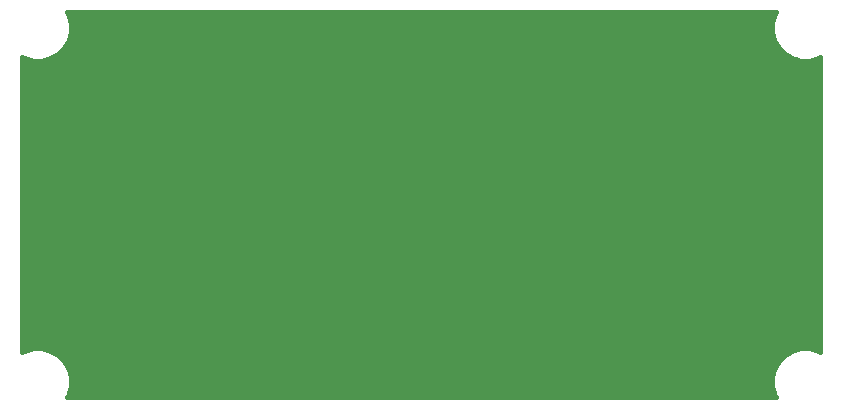
<source format=gbr>
G75*
G70*
%OFA0B0*%
%FSLAX24Y24*%
%IPPOS*%
%LPD*%
%AMOC8*
5,1,8,0,0,1.08239X$1,22.5*
%
%ADD10C,0.0160*%
%ADD11OC8,0.0396*%
%ADD12C,0.0120*%
D10*
X002075Y000924D02*
X002119Y001000D01*
X002194Y001282D01*
X002194Y001574D01*
X002119Y001857D01*
X001972Y002110D01*
X001766Y002316D01*
X001513Y002463D01*
X001230Y002538D01*
X000938Y002538D01*
X000656Y002463D01*
X000580Y002419D01*
X000580Y012249D01*
X000656Y012205D01*
X000938Y012129D01*
X001230Y012129D01*
X001513Y012205D01*
X001766Y012351D01*
X001972Y012558D01*
X002119Y012811D01*
X002194Y013093D01*
X002194Y013385D01*
X002119Y013668D01*
X002075Y013744D01*
X025684Y013744D01*
X025641Y013668D01*
X025565Y013385D01*
X025565Y013093D01*
X025641Y012811D01*
X025787Y012558D01*
X025993Y012351D01*
X026246Y012205D01*
X026529Y012129D01*
X026821Y012129D01*
X027103Y012205D01*
X027179Y012249D01*
X027179Y002419D01*
X027103Y002463D01*
X026821Y002538D01*
X026529Y002538D01*
X026246Y002463D01*
X025993Y002316D01*
X025787Y002110D01*
X025641Y001857D01*
X025565Y001574D01*
X025565Y001282D01*
X025641Y001000D01*
X025684Y000924D01*
X002075Y000924D01*
X002139Y001078D02*
X025620Y001078D01*
X025577Y001236D02*
X002182Y001236D01*
X002194Y001395D02*
X025565Y001395D01*
X025565Y001553D02*
X002194Y001553D01*
X002157Y001712D02*
X025602Y001712D01*
X025649Y001870D02*
X002111Y001870D01*
X002019Y002029D02*
X025740Y002029D01*
X025864Y002187D02*
X001895Y002187D01*
X001715Y002346D02*
X026045Y002346D01*
X026403Y002504D02*
X001356Y002504D01*
X000812Y002504D02*
X000580Y002504D01*
X000580Y002663D02*
X027179Y002663D01*
X027179Y002821D02*
X000580Y002821D01*
X000580Y002980D02*
X027179Y002980D01*
X027179Y003138D02*
X000580Y003138D01*
X000580Y003297D02*
X027179Y003297D01*
X027179Y003455D02*
X000580Y003455D01*
X000580Y003614D02*
X027179Y003614D01*
X027179Y003772D02*
X000580Y003772D01*
X000580Y003931D02*
X027179Y003931D01*
X027179Y004089D02*
X000580Y004089D01*
X000580Y004248D02*
X027179Y004248D01*
X027179Y004406D02*
X000580Y004406D01*
X000580Y004565D02*
X027179Y004565D01*
X027179Y004723D02*
X000580Y004723D01*
X000580Y004882D02*
X027179Y004882D01*
X027179Y005040D02*
X000580Y005040D01*
X000580Y005199D02*
X027179Y005199D01*
X027179Y005357D02*
X000580Y005357D01*
X000580Y005516D02*
X027179Y005516D01*
X027179Y005674D02*
X000580Y005674D01*
X000580Y005833D02*
X027179Y005833D01*
X027179Y005991D02*
X000580Y005991D01*
X000580Y006150D02*
X027179Y006150D01*
X027179Y006308D02*
X000580Y006308D01*
X000580Y006467D02*
X027179Y006467D01*
X027179Y006625D02*
X000580Y006625D01*
X000580Y006784D02*
X027179Y006784D01*
X027179Y006942D02*
X000580Y006942D01*
X000580Y007101D02*
X027179Y007101D01*
X027179Y007259D02*
X000580Y007259D01*
X000580Y007418D02*
X027179Y007418D01*
X027179Y007576D02*
X000580Y007576D01*
X000580Y007735D02*
X027179Y007735D01*
X027179Y007893D02*
X000580Y007893D01*
X000580Y008052D02*
X027179Y008052D01*
X027179Y008210D02*
X000580Y008210D01*
X000580Y008369D02*
X027179Y008369D01*
X027179Y008527D02*
X000580Y008527D01*
X000580Y008686D02*
X027179Y008686D01*
X027179Y008844D02*
X000580Y008844D01*
X000580Y009003D02*
X027179Y009003D01*
X027179Y009161D02*
X000580Y009161D01*
X000580Y009320D02*
X027179Y009320D01*
X027179Y009478D02*
X000580Y009478D01*
X000580Y009637D02*
X027179Y009637D01*
X027179Y009795D02*
X000580Y009795D01*
X000580Y009954D02*
X027179Y009954D01*
X027179Y010112D02*
X000580Y010112D01*
X000580Y010271D02*
X027179Y010271D01*
X027179Y010429D02*
X000580Y010429D01*
X000580Y010588D02*
X027179Y010588D01*
X027179Y010746D02*
X000580Y010746D01*
X000580Y010905D02*
X027179Y010905D01*
X027179Y011063D02*
X000580Y011063D01*
X000580Y011222D02*
X027179Y011222D01*
X027179Y011380D02*
X000580Y011380D01*
X000580Y011539D02*
X027179Y011539D01*
X027179Y011697D02*
X000580Y011697D01*
X000580Y011856D02*
X027179Y011856D01*
X027179Y012014D02*
X000580Y012014D01*
X000580Y012173D02*
X000775Y012173D01*
X001393Y012173D02*
X026366Y012173D01*
X026027Y012331D02*
X001732Y012331D01*
X001905Y012490D02*
X025854Y012490D01*
X025734Y012648D02*
X002025Y012648D01*
X002116Y012807D02*
X025643Y012807D01*
X025599Y012965D02*
X002160Y012965D01*
X002194Y013124D02*
X025565Y013124D01*
X025565Y013282D02*
X002194Y013282D01*
X002179Y013441D02*
X025580Y013441D01*
X025622Y013599D02*
X002137Y013599D01*
X009204Y009794D02*
X009573Y009671D01*
X009819Y011394D02*
X009450Y011763D01*
X018512Y007168D02*
X018855Y007168D01*
X019008Y008680D02*
X019416Y008680D01*
X019721Y011377D02*
X020402Y011377D01*
X026984Y012173D02*
X027179Y012173D01*
X017473Y005680D02*
X017131Y005680D01*
X017242Y005692D01*
X017202Y004343D02*
X017545Y004343D01*
X019030Y003036D02*
X019280Y003036D01*
X026947Y002504D02*
X027179Y002504D01*
X007600Y002820D02*
X007100Y002820D01*
X001850Y002734D02*
X001850Y002984D01*
D11*
X001850Y002984D03*
X007100Y002820D03*
X001153Y005938D03*
X009204Y009794D03*
X009450Y011763D03*
X018855Y007168D03*
X019416Y008680D03*
X020402Y011377D03*
X020769Y012993D03*
X024583Y010040D03*
X024583Y008564D03*
X017242Y005692D03*
X017202Y004343D03*
X019280Y003036D03*
D12*
X024583Y008564D02*
X024706Y008564D01*
X024583Y010040D02*
X024583Y010163D01*
X020769Y012993D02*
X020523Y012993D01*
X001153Y006188D02*
X001153Y005938D01*
M02*

</source>
